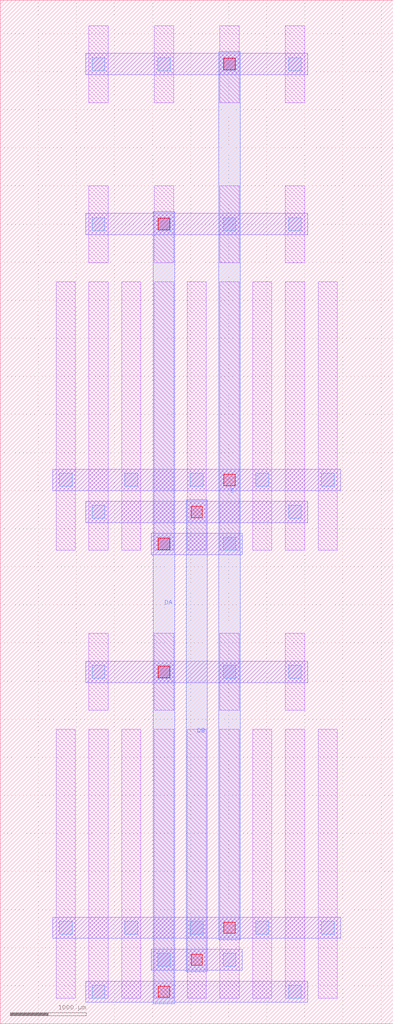
<source format=lef>
MACRO SCM_NMOS_38434623_X2_Y2
  UNITS 
    DATABASE MICRONS UNITS 1000;
  END UNITS 
  ORIGIN 0 0 ;
  FOREIGN SCM_NMOS_38434623_X2_Y2 0 0 ;
  SIZE 5160 BY 13440 ;
  PIN DA
    DIRECTION INOUT ;
    USE SIGNAL ;
    PORT
      LAYER M3 ;
        RECT 2010 260 2290 10660 ;
    END
  END DA
  PIN DB
    DIRECTION INOUT ;
    USE SIGNAL ;
    PORT
      LAYER M3 ;
        RECT 2440 680 2720 6880 ;
    END
  END DB
  PIN S
    DIRECTION INOUT ;
    USE SIGNAL ;
    PORT
      LAYER M3 ;
        RECT 2870 1100 3150 12760 ;
    END
  END S
  OBS
    LAYER M1 ;
      RECT 1165 335 1415 3865 ;
    LAYER M1 ;
      RECT 1165 4115 1415 5125 ;
    LAYER M1 ;
      RECT 1165 6215 1415 9745 ;
    LAYER M1 ;
      RECT 1165 9995 1415 11005 ;
    LAYER M1 ;
      RECT 1165 12095 1415 13105 ;
    LAYER M1 ;
      RECT 735 335 985 3865 ;
    LAYER M1 ;
      RECT 735 6215 985 9745 ;
    LAYER M1 ;
      RECT 1595 335 1845 3865 ;
    LAYER M1 ;
      RECT 1595 6215 1845 9745 ;
    LAYER M1 ;
      RECT 2025 335 2275 3865 ;
    LAYER M1 ;
      RECT 2025 4115 2275 5125 ;
    LAYER M1 ;
      RECT 2025 6215 2275 9745 ;
    LAYER M1 ;
      RECT 2025 9995 2275 11005 ;
    LAYER M1 ;
      RECT 2025 12095 2275 13105 ;
    LAYER M1 ;
      RECT 2455 335 2705 3865 ;
    LAYER M1 ;
      RECT 2455 6215 2705 9745 ;
    LAYER M1 ;
      RECT 2885 335 3135 3865 ;
    LAYER M1 ;
      RECT 2885 4115 3135 5125 ;
    LAYER M1 ;
      RECT 2885 6215 3135 9745 ;
    LAYER M1 ;
      RECT 2885 9995 3135 11005 ;
    LAYER M1 ;
      RECT 2885 12095 3135 13105 ;
    LAYER M1 ;
      RECT 3315 335 3565 3865 ;
    LAYER M1 ;
      RECT 3315 6215 3565 9745 ;
    LAYER M1 ;
      RECT 3745 335 3995 3865 ;
    LAYER M1 ;
      RECT 3745 4115 3995 5125 ;
    LAYER M1 ;
      RECT 3745 6215 3995 9745 ;
    LAYER M1 ;
      RECT 3745 9995 3995 11005 ;
    LAYER M1 ;
      RECT 3745 12095 3995 13105 ;
    LAYER M1 ;
      RECT 4175 335 4425 3865 ;
    LAYER M1 ;
      RECT 4175 6215 4425 9745 ;
    LAYER M2 ;
      RECT 1120 4480 4040 4760 ;
    LAYER M2 ;
      RECT 1120 280 4040 560 ;
    LAYER M2 ;
      RECT 1980 700 3180 980 ;
    LAYER M2 ;
      RECT 690 1120 4470 1400 ;
    LAYER M2 ;
      RECT 1120 10360 4040 10640 ;
    LAYER M2 ;
      RECT 1980 6160 3180 6440 ;
    LAYER M2 ;
      RECT 1120 6580 4040 6860 ;
    LAYER M2 ;
      RECT 690 7000 4470 7280 ;
    LAYER M2 ;
      RECT 1120 12460 4040 12740 ;
    LAYER V1 ;
      RECT 2925 755 3095 925 ;
    LAYER V1 ;
      RECT 2925 4535 3095 4705 ;
    LAYER V1 ;
      RECT 2925 6215 3095 6385 ;
    LAYER V1 ;
      RECT 2925 10415 3095 10585 ;
    LAYER V1 ;
      RECT 2925 12515 3095 12685 ;
    LAYER V1 ;
      RECT 3785 335 3955 505 ;
    LAYER V1 ;
      RECT 3785 4535 3955 4705 ;
    LAYER V1 ;
      RECT 3785 6635 3955 6805 ;
    LAYER V1 ;
      RECT 3785 10415 3955 10585 ;
    LAYER V1 ;
      RECT 3785 12515 3955 12685 ;
    LAYER V1 ;
      RECT 1205 335 1375 505 ;
    LAYER V1 ;
      RECT 1205 4535 1375 4705 ;
    LAYER V1 ;
      RECT 1205 6635 1375 6805 ;
    LAYER V1 ;
      RECT 1205 10415 1375 10585 ;
    LAYER V1 ;
      RECT 1205 12515 1375 12685 ;
    LAYER V1 ;
      RECT 2065 755 2235 925 ;
    LAYER V1 ;
      RECT 2065 4535 2235 4705 ;
    LAYER V1 ;
      RECT 2065 6215 2235 6385 ;
    LAYER V1 ;
      RECT 2065 10415 2235 10585 ;
    LAYER V1 ;
      RECT 2065 12515 2235 12685 ;
    LAYER V1 ;
      RECT 775 1175 945 1345 ;
    LAYER V1 ;
      RECT 775 7055 945 7225 ;
    LAYER V1 ;
      RECT 1635 1175 1805 1345 ;
    LAYER V1 ;
      RECT 1635 7055 1805 7225 ;
    LAYER V1 ;
      RECT 2495 1175 2665 1345 ;
    LAYER V1 ;
      RECT 2495 7055 2665 7225 ;
    LAYER V1 ;
      RECT 3355 1175 3525 1345 ;
    LAYER V1 ;
      RECT 3355 7055 3525 7225 ;
    LAYER V1 ;
      RECT 4215 1175 4385 1345 ;
    LAYER V1 ;
      RECT 4215 7055 4385 7225 ;
    LAYER V2 ;
      RECT 2075 345 2225 495 ;
    LAYER V2 ;
      RECT 2075 4545 2225 4695 ;
    LAYER V2 ;
      RECT 2075 6225 2225 6375 ;
    LAYER V2 ;
      RECT 2075 10425 2225 10575 ;
    LAYER V2 ;
      RECT 2505 765 2655 915 ;
    LAYER V2 ;
      RECT 2505 6645 2655 6795 ;
    LAYER V2 ;
      RECT 2935 1185 3085 1335 ;
    LAYER V2 ;
      RECT 2935 7065 3085 7215 ;
    LAYER V2 ;
      RECT 2935 12525 3085 12675 ;
  END
END SCM_NMOS_38434623_X2_Y2

</source>
